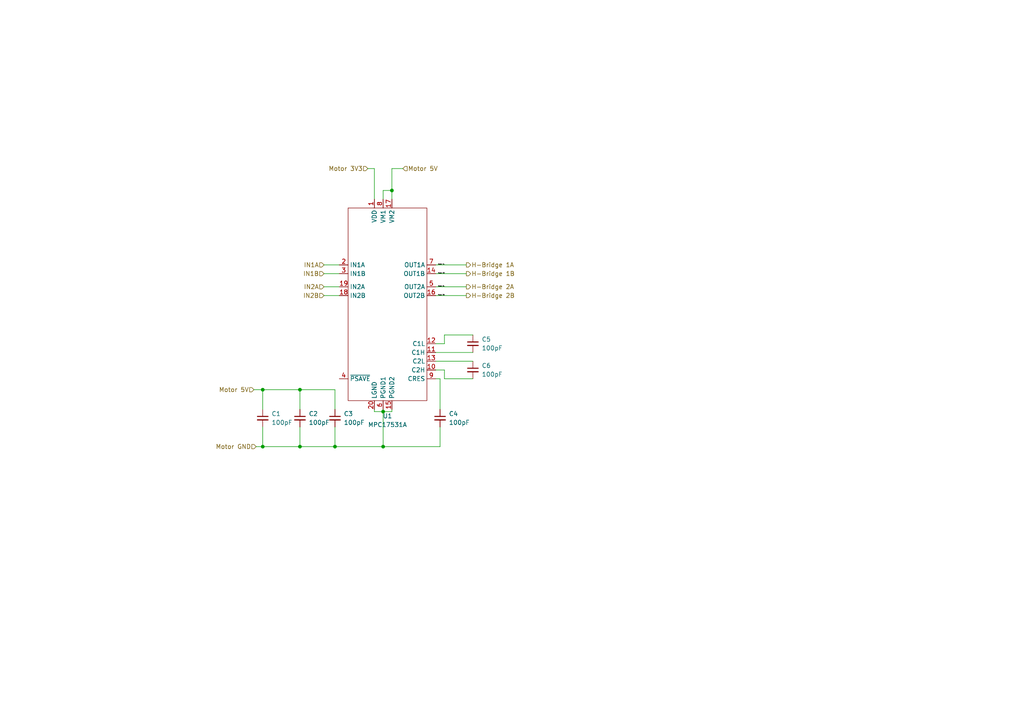
<source format=kicad_sch>
(kicad_sch (version 20210621) (generator eeschema)
  (paper "A4")
  (title_block (title "Swarmbot") (date "2021-11-21") (rev "0.2") (company "Squashed Fly") (comment 1 "Design by Philip McGaw"))
  (lib_symbols
    (symbol "Device:C_Small" (pin_numbers hide) (pin_names (offset 0.254) hide)
      (property "Reference" "C" (at 0.254 1.778 0))
      (property "Value" "C_Small" (at 0.254 -2.032 0))
      (symbol "C_Small_0_1"
        (polyline (pts (xy -1.524 -0.508) (xy 1.524 -0.508)) (stroke (width 0.3302)))
        (polyline (pts (xy -1.524 0.508) (xy 1.524 0.508)) (stroke (width 0.3048)))
      )
      (symbol "C_Small_1_1"
        (pin passive line (at 0 2.54 270) (length 2.032) (name "~") (number "1"))
        (pin passive line (at 0 -2.54 90) (length 2.032) (name "~") (number "2"))
      )
    )
    (symbol "MPC17531ATEJ - H Bridge:MPC17531A"
      (property "Reference" "U" (at 0 -2.54 0))
      (property "Value" "MPC17531A" (at 0 2.54 0))
      (symbol "MPC17531A_0_1"
        (rectangle (start -10.16 30.48) (end 12.7 -25.4) (stroke (width 0.1524)))
      )
      (symbol "MPC17531A_1_1"
        (pin input line (at -2.54 33.02 270) (length 2.54) (name "VDD") (number "1"))
        (pin input line (at 15.24 -16.51 180) (length 2.54) (name "C2H") (number "10"))
        (pin input line (at 15.24 -11.43 180) (length 2.54) (name "C1H") (number "11"))
        (pin input line (at 15.24 -8.89 180) (length 2.54) (name "C1L") (number "12"))
        (pin input line (at 15.24 -13.97 180) (length 2.54) (name "C2L") (number "13"))
        (pin input line (at 15.24 11.43 180) (length 2.54) (name "OUT1B") (number "14"))
        (pin input line (at 2.54 -27.94 90) (length 2.54) (name "PGND2") (number "15"))
        (pin input line (at 15.24 5.08 180) (length 2.54) (name "OUT2B") (number "16"))
        (pin input line (at 2.54 33.02 270) (length 2.54) (name "VM2") (number "17"))
        (pin input line (at -12.7 5.08 0) (length 2.54) (name "IN2B") (number "18"))
        (pin input line (at -12.7 7.62 0) (length 2.54) (name "IN2A") (number "19"))
        (pin input line (at -12.7 13.97 0) (length 2.54) (name "IN1A") (number "2"))
        (pin input line (at -2.54 -27.94 90) (length 2.54) (name "LGND") (number "20"))
        (pin input line (at -12.7 11.43 0) (length 2.54) (name "IN1B") (number "3"))
        (pin input line (at -12.7 -19.05 0) (length 2.54) (name "~{PSAVE}") (number "4"))
        (pin input line (at 15.24 7.62 180) (length 2.54) (name "OUT2A") (number "5"))
        (pin input line (at 0 -27.94 90) (length 2.54) (name "PGND1") (number "6"))
        (pin input line (at 15.24 13.97 180) (length 2.54) (name "OUT1A") (number "7"))
        (pin input line (at 0 33.02 270) (length 2.54) (name "VM1") (number "8"))
        (pin input line (at 15.24 -19.05 180) (length 2.54) (name "CRES") (number "9"))
      )
    )
  )
  (junction (at 76.2 129.54))
  (junction (at 111.125 119.38))
  (junction (at 86.995 129.54))
  (junction (at 111.125 129.54))
  (junction (at 97.155 129.54))
  (junction (at 76.2 113.03))
  (junction (at 86.995 113.03))
  (junction (at 113.665 55.245))
  (wire (pts (xy 126.365 83.185) (xy 135.255 83.185)))
  (wire (pts (xy 126.365 76.835) (xy 135.255 76.835)))
  (wire (pts (xy 111.125 55.245) (xy 113.665 55.245)))
  (wire (pts (xy 111.125 57.785) (xy 111.125 55.245)))
  (wire (pts (xy 73.66 113.03) (xy 76.2 113.03)))
  (wire (pts (xy 76.2 113.03) (xy 86.995 113.03)))
  (wire (pts (xy 86.995 113.03) (xy 86.995 118.745)))
  (wire (pts (xy 86.995 129.54) (xy 97.155 129.54)))
  (wire (pts (xy 111.125 129.54) (xy 127.635 129.54)))
  (wire (pts (xy 97.155 129.54) (xy 111.125 129.54)))
  (wire (pts (xy 74.295 129.54) (xy 76.2 129.54)))
  (wire (pts (xy 76.2 129.54) (xy 86.995 129.54)))
  (wire (pts (xy 128.905 107.315) (xy 128.905 109.855)))
  (wire (pts (xy 126.365 107.315) (xy 128.905 107.315)))
  (wire (pts (xy 128.905 109.855) (xy 137.16 109.855)))
  (wire (pts (xy 126.365 79.375) (xy 135.255 79.375)))
  (wire (pts (xy 126.365 104.775) (xy 137.16 104.775)))
  (wire (pts (xy 126.365 85.725) (xy 135.255 85.725)))
  (wire (pts (xy 93.98 79.375) (xy 98.425 79.375)))
  (wire (pts (xy 111.125 119.38) (xy 113.665 119.38)))
  (wire (pts (xy 113.665 118.745) (xy 113.665 119.38)))
  (wire (pts (xy 127.635 123.825) (xy 127.635 129.54)))
  (wire (pts (xy 108.585 118.745) (xy 108.585 119.38)))
  (wire (pts (xy 108.585 119.38) (xy 111.125 119.38)))
  (wire (pts (xy 97.155 113.03) (xy 86.995 113.03)))
  (wire (pts (xy 97.155 118.745) (xy 97.155 113.03)))
  (wire (pts (xy 93.98 85.725) (xy 98.425 85.725)))
  (wire (pts (xy 86.995 123.825) (xy 86.995 129.54)))
  (wire (pts (xy 126.365 109.855) (xy 127.635 109.855)))
  (wire (pts (xy 127.635 109.855) (xy 127.635 118.745)))
  (wire (pts (xy 108.585 48.895) (xy 108.585 57.785)))
  (wire (pts (xy 126.365 102.235) (xy 137.16 102.235)))
  (wire (pts (xy 97.155 123.825) (xy 97.155 129.54)))
  (wire (pts (xy 93.98 76.835) (xy 98.425 76.835)))
  (wire (pts (xy 76.2 123.825) (xy 76.2 129.54)))
  (wire (pts (xy 76.2 113.03) (xy 76.2 118.745)))
  (wire (pts (xy 93.98 83.185) (xy 98.425 83.185)))
  (wire (pts (xy 113.665 55.245) (xy 113.665 57.785)))
  (wire (pts (xy 113.665 48.895) (xy 113.665 55.245)))
  (wire (pts (xy 113.665 48.895) (xy 116.84 48.895)))
  (wire (pts (xy 126.365 99.695) (xy 128.905 99.695)))
  (wire (pts (xy 128.905 97.155) (xy 137.16 97.155)))
  (wire (pts (xy 128.905 99.695) (xy 128.905 97.155)))
  (wire (pts (xy 106.68 48.895) (xy 108.585 48.895)))
  (wire (pts (xy 111.125 118.745) (xy 111.125 119.38)))
  (wire (pts (xy 111.125 119.38) (xy 111.125 129.54)))
  (label "Motor 1B" (at 127 79.375 0) (effects (font (size 0.27 0.27))))
  (label "Motor 2B" (at 127 85.725 0) (effects (font (size 0.27 0.27))))
  (label "Motor 1A" (at 127 76.835 0) (effects (font (size 0.27 0.27))))
  (label "Motor 2A" (at 127 83.185 0) (effects (font (size 0.27 0.27))))
  (hierarchical_label "Motor 5V" (shape input) (at 116.84 48.895 0))
  (hierarchical_label "Motor 3V3" (shape input) (at 106.68 48.895 180))
  (hierarchical_label "H-Bridge 2B" (shape output) (at 135.255 85.725 0))
  (hierarchical_label "H-Bridge 2A" (shape output) (at 135.255 83.185 0))
  (hierarchical_label "H-Bridge 1B" (shape output) (at 135.255 79.375 0))
  (hierarchical_label "IN1A" (shape input) (at 93.98 76.835 180))
  (hierarchical_label "Motor 5V" (shape input) (at 73.66 113.03 180))
  (hierarchical_label "Motor GND" (shape input) (at 74.295 129.54 180))
  (hierarchical_label "IN1B" (shape input) (at 93.98 79.375 180))
  (hierarchical_label "IN2A" (shape input) (at 93.98 83.185 180))
  (hierarchical_label "H-Bridge 1A" (shape output) (at 135.255 76.835 0))
  (hierarchical_label "IN2B" (shape input) (at 93.98 85.725 180))
  (symbol (lib_id "Device:C_Small") (at 86.995 121.285 0) (unit 1)
    (property "Reference" "C2" (at 89.535 120.0149 0) (effects (justify left)))
    (property "Value" "100pF" (at 89.535 122.5549 0) (effects (justify left)))
    (property "Footprint" "Capacitor_SMD:C_0805_2012Metric_Pad1.18x1.45mm_HandSolder" (effects hide))
  )
  (symbol (lib_id "Device:C_Small") (at 127.635 121.285 0) (unit 1)
    (property "Reference" "C4" (at 130.175 120.0149 0) (effects (justify left)))
    (property "Value" "100pF" (at 130.175 122.5549 0) (effects (justify left)))
    (property "Footprint" "Capacitor_SMD:C_0805_2012Metric_Pad1.18x1.45mm_HandSolder" (effects hide))
  )
  (symbol (lib_id "Device:C_Small") (at 137.16 107.315 0) (unit 1)
    (property "Reference" "C6" (at 139.7 106.0449 0) (effects (justify left)))
    (property "Value" "100pF" (at 139.7 108.5849 0) (effects (justify left)))
    (property "Footprint" "Capacitor_SMD:C_0805_2012Metric_Pad1.18x1.45mm_HandSolder" (effects hide))
  )
  (symbol (lib_id "Device:C_Small") (at 76.2 121.285 0) (unit 1)
    (property "Reference" "C1" (at 78.74 120.0149 0) (effects (justify left)))
    (property "Value" "100pF" (at 78.74 122.5549 0) (effects (justify left)))
    (property "Footprint" "Capacitor_SMD:C_0805_2012Metric_Pad1.18x1.45mm_HandSolder" (effects hide))
  )
  (symbol (lib_id "Device:C_Small") (at 137.16 99.695 0) (unit 1)
    (property "Reference" "C5" (at 139.7 98.4249 0) (effects (justify left)))
    (property "Value" "100pF" (at 139.7 100.9649 0) (effects (justify left)))
    (property "Footprint" "Capacitor_SMD:C_0805_2012Metric_Pad1.18x1.45mm_HandSolder" (effects hide))
  )
  (symbol (lib_id "MPC17531ATEJ - H Bridge:MPC17531A") (at 111.125 90.805 0) (unit 1)
    (property "Reference" "U1" (at 112.395 120.65 0))
    (property "Value" "MPC17531A" (at 112.395 123.19 0))
    (property "Footprint" "Package_SO:HTSSOP-20-1EP_4.4x6.5mm_P0.65mm_EP3.4x6.5mm_Mask2.75x3.43mm_ThermalVias_HandSolder" (effects hide))
    (property "Datasheet" "https://www.farnell.com/datasheets/2293438.pdf" (effects hide))
    (property "Farnell" "2890075" (effects hide))
  )
  (symbol (lib_id "Device:C_Small") (at 97.155 121.285 0) (unit 1)
    (property "Reference" "C3" (at 99.695 120.0149 0) (effects (justify left)))
    (property "Value" "100pF" (at 99.695 122.5549 0) (effects (justify left)))
    (property "Footprint" "Capacitor_SMD:C_0805_2012Metric_Pad1.18x1.45mm_HandSolder" (effects hide))
  )
)
</source>
